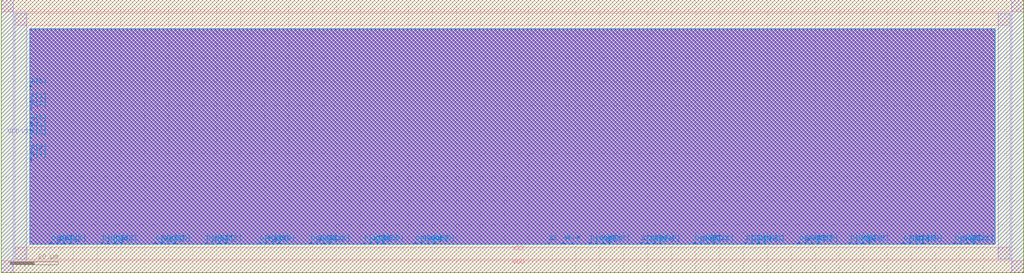
<source format=lef>
VERSION 5.8 ;

BUSBITCHARS "[]" ;

DIVIDERCHAR "/" ;

UNITS
    DATABASE MICRONS 2000 ;
END UNITS

MANUFACTURINGGRID 0.000500 ;

CLEARANCEMEASURE EUCLIDEAN ;
USEMINSPACING OBS ON ;

SITE CoreSite
  CLASS CORE ;
  SIZE 0.2 BY 1.71 ;
END CoreSite

LAYER Metal1
  TYPE ROUTING ;
  DIRECTION HORIZONTAL ;
  MINWIDTH 0.05 ;
  PITCH 0.13 0.10 ;
  WIDTH 0.05 ;
  AREA 0.011500 ;
  SPACING 0.0500 ;
  SPACINGTABLE
    PARALLELRUNLENGTH 0 
    WIDTH 0    0.05 
    WIDTH 0.1  0.06 
    WIDTH 0.18 0.10
    WIDTH 0.47 0.13 
    WIDTH 1.5  0.50 ;
  SPACING 0.07 ENDOFLINE 0.07 WITHIN 0.025 ;
END Metal1

LAYER Via1
  TYPE CUT ;
  SPACING 0.07 ;
  WIDTH 0.05 ;
END Via1

LAYER Metal2
  TYPE ROUTING ;
  DIRECTION VERTICAL ;
  MINWIDTH 0.05 ;
  PITCH 0.10 0.10 ;
  WIDTH 0.05 ;
  AREA 0.01700 ;
  SPACING 0.0500 ;
  SPACINGTABLE
    PARALLELRUNLENGTH 0 
    WIDTH 0    0.05 
    WIDTH 0.09 0.08 
    WIDTH 0.16 0.10
    WIDTH 0.47 0.13 
    WIDTH 1.5  0.50 ;
  SPACING 0.07 ENDOFLINE 0.07 WITHIN 0.025 ;
END Metal2

LAYER Via2
  TYPE CUT ;
  SPACING 0.07 ;
  WIDTH 0.05 ;
END Via2

LAYER Metal3
  TYPE ROUTING ;
  DIRECTION HORIZONTAL ;
  MINWIDTH 0.05 ;
  PITCH 0.10 0.10 ;
  WIDTH 0.05 ;
  AREA 0.01700 ;
  SPACING 0.0500 ;
  SPACINGTABLE
    PARALLELRUNLENGTH 0 
    WIDTH 0    0.05 
    WIDTH 0.09 0.08 
    WIDTH 0.16 0.10
    WIDTH 0.47 0.13 
    WIDTH 1.5  0.50 ;
  SPACING 0.07 ENDOFLINE 0.07 WITHIN 0.025 ;
END Metal3

LAYER Via3
  TYPE CUT ;
  SPACING 0.07 ;
  WIDTH 0.05 ;
END Via3

LAYER Metal4
  TYPE ROUTING ;
  DIRECTION VERTICAL ;
  MINWIDTH 0.05 ;
  PITCH 0.10 0.10 ;
  WIDTH 0.05 ;
  AREA 0.01700 ;
  SPACING 0.0500 ;
  SPACINGTABLE
    PARALLELRUNLENGTH 0 
    WIDTH 0    0.05 
    WIDTH 0.09 0.08 
    WIDTH 0.16 0.10
    WIDTH 0.47 0.13 
    WIDTH 1.5  0.50 ;
  SPACING 0.07 ENDOFLINE 0.07 WITHIN 0.025 ;
END Metal4

LAYER Via4
  TYPE CUT ;
  SPACING 0.07 ;
  WIDTH 0.05 ;
END Via4

LAYER Metal5
  TYPE ROUTING ;
  DIRECTION HORIZONTAL ;
  MINWIDTH 0.05 ;
  PITCH 0.10 0.10 ;
  WIDTH 0.05 ;
  AREA 0.01700 ;
  SPACING 0.0500 ;
  SPACINGTABLE
    PARALLELRUNLENGTH 0 
    WIDTH 0    0.05 
    WIDTH 0.09 0.08 
    WIDTH 0.16 0.10
    WIDTH 0.47 0.13 
    WIDTH 1.5  0.50 ;
  SPACING 0.07 ENDOFLINE 0.07 WITHIN 0.025 ;
END Metal5

LAYER Via5
  TYPE CUT ;
  SPACING 0.07 ;
  WIDTH 0.05 ;
END Via5

LAYER Metal6
  TYPE ROUTING ;
  DIRECTION VERTICAL ;
  MINWIDTH 0.05 ;
  PITCH 0.10 0.10 ;
  WIDTH 0.05 ;
  AREA 0.01700 ;
  SPACING 0.0500 ;
  SPACINGTABLE
    PARALLELRUNLENGTH 0 
    WIDTH 0    0.05 
    WIDTH 0.09 0.08 
    WIDTH 0.16 0.10
    WIDTH 0.47 0.13 
    WIDTH 1.5  0.50 ;
  SPACING 0.07 ENDOFLINE 0.07 WITHIN 0.025 ;
END Metal6

LAYER Via6
  TYPE CUT ;
  SPACING 0.07 ;
  WIDTH 0.05 ;
END Via6

LAYER Metal7
  TYPE ROUTING ;
  DIRECTION HORIZONTAL ;
  MINWIDTH 0.07 ;
  PITCH 0.2 0.2 ;
  WIDTH 0.07 ;
  AREA 0.02 ;
  SPACINGTABLE
    PARALLELRUNLENGTH 0
    WIDTH 0     0.07 
    WIDTH 0.1   0.15
    WIDTH 0.75  0.25
    WIDTH 1.5   0.45 ;
  SPACING 0.1 ENDOFLINE 0.1 WITHIN 0.035 ;
END Metal7

LAYER Via7
  TYPE CUT ;
  SPACING 0.07 ;
  WIDTH 0.07 ;
END Via7

LAYER Metal8
  TYPE ROUTING ;
  DIRECTION VERTICAL ;
  MINWIDTH 0.07 ;
  PITCH 0.2 0.2 ;
  WIDTH 0.07 ;
  AREA 0.02 ;
  SPACINGTABLE
    PARALLELRUNLENGTH 0
    WIDTH 0     0.07 
    WIDTH 0.1   0.15
    WIDTH 0.75  0.25
    WIDTH 1.5   0.45 ;
  SPACING 0.1 ENDOFLINE 0.1 WITHIN 0.035 ;
END Metal8

LAYER Via8
  TYPE CUT ;
  SPACING 0.07 ;
  WIDTH 0.07 ;
END Via8

LAYER Metal9
  TYPE ROUTING ;
  DIRECTION HORIZONTAL ;
  MINWIDTH 0.07 ;
  PITCH 0.33 0.33 ;
  WIDTH 0.07 ;
  AREA 0.02 ;
  SPACINGTABLE
    PARALLELRUNLENGTH 0
    WIDTH 0     0.07 
    WIDTH 0.1   0.15
    WIDTH 0.75  0.25
    WIDTH 1.5   0.45 ;
  SPACING 0.1 ENDOFLINE 0.1 WITHIN 0.035 ;
END Metal9

LAYER Via9
  TYPE CUT ;
  SPACING 0.07 ;
  WIDTH 0.07 ;
END Via9

LAYER Metal10
  TYPE ROUTING ;
  DIRECTION VERTICAL ;
  MINWIDTH 0.07 ;
  PITCH 0.33 0.33 ;
  WIDTH 0.07 ;
  AREA 0.02 ;
  SPACINGTABLE
    PARALLELRUNLENGTH 0
    WIDTH 0     0.07 
    WIDTH 0.1   0.15
    WIDTH 0.75  0.25
    WIDTH 1.5   0.45 ;
  SPACING 0.1 ENDOFLINE 0.1 WITHIN 0.035 ;
END Metal10

LAYER Via10
  TYPE CUT ;
  SPACING 0.07 ;
  WIDTH 0.07 ;
END Via10

LAYER Metal11
  TYPE ROUTING ;
  DIRECTION HORIZONTAL ;
  MINWIDTH 0.07 ;
  PITCH 0.33 0.33 ;
  WIDTH 0.07 ;
  AREA 0.02 ;
  SPACINGTABLE
    PARALLELRUNLENGTH 0
    WIDTH 0     0.07 
    WIDTH 0.1   0.15
    WIDTH 0.75  0.25
    WIDTH 1.5   0.45 ;
  SPACING 0.1 ENDOFLINE 0.1 WITHIN 0.035 ;
END Metal11

LAYER Via11
  TYPE CUT ;
  SPACING 0.10 ;
  WIDTH 0.10 ;
END Via11

LAYER Metal12
  TYPE ROUTING ;
  DIRECTION VERTICAL ;
  MINWIDTH 0.10 ;
  PITCH 0.4 0.4 ;
  WIDTH 0.10 ;
  AREA 0.04 ;
  SPACINGTABLE
    PARALLELRUNLENGTH 0
    WIDTH 0     0.10 
    WIDTH 0.75  0.30
    WIDTH 1.5   0.50 ;
  SPACING 0.15 ENDOFLINE 0.15 WITHIN 0.035 ;
END Metal12

LAYER Via12
  TYPE CUT ;
  SPACING 0.10 ;
  WIDTH 0.10 ;
END Via12

LAYER Metal13
  TYPE ROUTING ;
  DIRECTION HORIZONTAL ;
  MINWIDTH 0.10 ;
  PITCH 0.4 0.4 ;
  WIDTH 0.10 ;
  AREA 0.04 ;
  SPACINGTABLE
    PARALLELRUNLENGTH 0
    WIDTH 0     0.10 
    WIDTH 0.75  0.30
    WIDTH 1.5   0.50 ;
  SPACING 0.15 ENDOFLINE 0.15 WITHIN 0.035 ;
END Metal13

LAYER Via13
  TYPE CUT ;
  SPACING 0.10 ;
  WIDTH 0.10 ;
END Via13

LAYER Metal14
  TYPE ROUTING ;
  DIRECTION VERTICAL ;
  MINWIDTH 0.10 ;
  PITCH 0.4 0.4 ;
  WIDTH 0.10 ;
  AREA 0.04 ;
  SPACINGTABLE
    PARALLELRUNLENGTH 0
    WIDTH 0     0.10 
    WIDTH 0.75  0.30
    WIDTH 1.5   0.50 ;
  SPACING 0.15 ENDOFLINE 0.15 WITHIN 0.035 ;
END Metal14

LAYER Via14
  TYPE CUT ;
  SPACING 0.10 ;
  WIDTH 0.10 ;
END Via14

LAYER Metal15
  TYPE ROUTING ;
  DIRECTION HORIZONTAL ;
  MINWIDTH 0.10 ;
  PITCH 0.4 0.4 ;
  WIDTH 0.10 ;
  AREA 0.04 ;
  SPACINGTABLE
    PARALLELRUNLENGTH 0
    WIDTH 0     0.10 
    WIDTH 0.75  0.30
    WIDTH 1.5   0.50 ;
  SPACING 0.15 ENDOFLINE 0.15 WITHIN 0.035 ;
END Metal15

LAYER Via15
  TYPE CUT ;
  SPACING 0.10 ;
  WIDTH 0.10 ;
END Via15

LAYER Metal16
  TYPE ROUTING ;
  DIRECTION VERTICAL ;
  MINWIDTH 0.10 ;
  PITCH 0.4 0.4 ;
  WIDTH 0.10 ;
  AREA 0.04 ;
  SPACINGTABLE
    PARALLELRUNLENGTH 0
    WIDTH 0     0.10 
    WIDTH 0.75  0.30
    WIDTH 1.5   0.50 ;
  SPACING 0.15 ENDOFLINE 0.15 WITHIN 0.035 ;
END Metal16

LAYER OVERLAP
  TYPE OVERLAP ;
END OVERLAP

VIA VIA12_1C DEFAULT 
    LAYER Metal1 ;
        RECT -0.065000 -0.025000 0.065000 0.025000 ;
    LAYER Via1 ;
        RECT -0.025000 -0.025000 0.025000 0.025000 ;
    LAYER Metal2 ;
        RECT -0.025000 -0.065000 0.025000 0.065000 ;
END VIA12_1C

VIA VIA12_1C_H DEFAULT 
    LAYER Metal1 ;
        RECT -0.065000 -0.025000 0.065000 0.025000 ;
    LAYER Via1 ;
        RECT -0.025000 -0.025000 0.025000 0.025000 ;
    LAYER Metal2 ;
        RECT -0.065000 -0.025000 0.065000 0.025000 ;
END VIA12_1C_H

VIA VIA12_1C_V DEFAULT 
    LAYER Metal1 ;
        RECT -0.025000 -0.065000 0.025000 0.065000 ;
    LAYER Via1 ;
        RECT -0.025000 -0.025000 0.025000 0.025000 ;
    LAYER Metal2 ;
        RECT -0.025000 -0.065000 0.025000 0.065000 ;
END VIA12_1C_V

VIA VIA23_1C DEFAULT 
    LAYER Metal2 ;
        RECT -0.025000 -0.065000 0.025000 0.065000 ;
    LAYER Via2 ;
        RECT -0.025000 -0.025000 0.025000 0.025000 ;
    LAYER Metal3 ;
        RECT -0.065000 -0.025000 0.065000 0.025000 ;
END VIA23_1C

VIA VIA23_1C_H DEFAULT 
    LAYER Metal2 ;
        RECT -0.065000 -0.025000 0.065000 0.025000 ;
    LAYER Via2 ;
        RECT -0.025000 -0.025000 0.025000 0.025000 ;
    LAYER Metal3 ;
        RECT -0.065000 -0.025000 0.065000 0.025000 ;
END VIA23_1C_H

VIA VIA23_1C_V DEFAULT 
    LAYER Metal2 ;
        RECT -0.025000 -0.065000 0.025000 0.065000 ;
    LAYER Via2 ;
        RECT -0.025000 -0.025000 0.025000 0.025000 ;
    LAYER Metal3 ;
        RECT -0.025000 -0.065000 0.025000 0.065000 ;
END VIA23_1C_V

VIA VIA23_1ST_N DEFAULT 
    LAYER Metal2 ;
        RECT -0.025000 -0.065000 0.025000 0.325000 ;
    LAYER Via2 ;
        RECT -0.025000 -0.025000 0.025000 0.025000 ;
    LAYER Metal3 ;
        RECT -0.065000 -0.025000 0.065000 0.025000 ;
END VIA23_1ST_N

VIA VIA23_1ST_S DEFAULT 
    LAYER Metal2 ;
        RECT -0.025000 -0.325000 0.025000 0.065000 ;
    LAYER Via2 ;
        RECT -0.025000 -0.025000 0.025000 0.025000 ;
    LAYER Metal3 ;
        RECT -0.065000 -0.025000 0.065000 0.025000 ;
END VIA23_1ST_S

VIA VIA34_1C DEFAULT 
    LAYER Metal3 ;
        RECT -0.065000 -0.025000 0.065000 0.025000 ;
    LAYER Via3 ;
        RECT -0.025000 -0.025000 0.025000 0.025000 ;
    LAYER Metal4 ;
        RECT -0.025000 -0.065000 0.025000 0.065000 ;
END VIA34_1C

VIA VIA34_1C_H DEFAULT 
    LAYER Metal3 ;
        RECT -0.065000 -0.025000 0.065000 0.025000 ;
    LAYER Via3 ;
        RECT -0.025000 -0.025000 0.025000 0.025000 ;
    LAYER Metal4 ;
        RECT -0.065000 -0.025000 0.065000 0.025000 ;
END VIA34_1C_H

VIA VIA34_1C_V DEFAULT 
    LAYER Metal3 ;
        RECT -0.025000 -0.065000 0.025000 0.065000 ;
    LAYER Via3 ;
        RECT -0.025000 -0.025000 0.025000 0.025000 ;
    LAYER Metal4 ;
        RECT -0.025000 -0.065000 0.025000 0.065000 ;
END VIA34_1C_V

VIA VIA34_1ST_E DEFAULT 
    LAYER Metal3 ;
        RECT -0.065000 -0.025000 0.325000 0.025000 ;
    LAYER Via3 ;
        RECT -0.025000 -0.025000 0.025000 0.025000 ;
    LAYER Metal4 ;
        RECT -0.025000 -0.065000 0.025000 0.065000 ;
END VIA34_1ST_E

VIA VIA34_1ST_W DEFAULT 
    LAYER Metal3 ;
        RECT -0.325000 -0.025000 0.065000 0.025000 ;
    LAYER Via3 ;
        RECT -0.025000 -0.025000 0.025000 0.025000 ;
    LAYER Metal4 ;
        RECT -0.025000 -0.065000 0.025000 0.065000 ;
END VIA34_1ST_W

VIA VIA45_1C DEFAULT 
    LAYER Metal4 ;
        RECT -0.025000 -0.065000 0.025000 0.065000 ;
    LAYER Via4 ;
        RECT -0.025000 -0.025000 0.025000 0.025000 ;
    LAYER Metal5 ;
        RECT -0.065000 -0.025000 0.065000 0.025000 ;
END VIA45_1C

VIA VIA45_1C_H DEFAULT 
    LAYER Metal4 ;
        RECT -0.065000 -0.025000 0.065000 0.025000 ;
    LAYER Via4 ;
        RECT -0.025000 -0.025000 0.025000 0.025000 ;
    LAYER Metal5 ;
        RECT -0.065000 -0.025000 0.065000 0.025000 ;
END VIA45_1C_H

VIA VIA45_1C_V DEFAULT 
    LAYER Metal4 ;
        RECT -0.025000 -0.065000 0.025000 0.065000 ;
    LAYER Via4 ;
        RECT -0.025000 -0.025000 0.025000 0.025000 ;
    LAYER Metal5 ;
        RECT -0.025000 -0.065000 0.025000 0.065000 ;
END VIA45_1C_V

VIA VIA45_1ST_N DEFAULT 
    LAYER Metal4 ;
        RECT -0.025000 -0.065000 0.025000 0.325000 ;
    LAYER Via4 ;
        RECT -0.025000 -0.025000 0.025000 0.025000 ;
    LAYER Metal5 ;
        RECT -0.065000 -0.025000 0.065000 0.025000 ;
END VIA45_1ST_N

VIA VIA45_1ST_S DEFAULT 
    LAYER Metal4 ;
        RECT -0.025000 -0.325000 0.025000 0.065000 ;
    LAYER Via4 ;
        RECT -0.025000 -0.025000 0.025000 0.025000 ;
    LAYER Metal5 ;
        RECT -0.065000 -0.025000 0.065000 0.025000 ;
END VIA45_1ST_S

VIA VIA5_0_VH DEFAULT 
    LAYER Metal5 ;
        RECT -0.025000 -0.065000 0.025000 0.065000 ;
    LAYER Via5 ;
        RECT -0.025000 -0.025000 0.025000 0.025000 ;
    LAYER Metal6 ;
        RECT -0.065000 -0.025000 0.065000 0.025000 ;
END VIA5_0_VH

VIA VIA6_HV DEFAULT 
    LAYER Metal6 ;
        RECT -0.065000 -0.035000 0.065000 0.035000 ;
    LAYER Via6 ;
        RECT -0.035000 -0.035000 0.035000 0.035000 ;
    LAYER Metal7 ;
        RECT -0.035000 -0.075000 0.035000 0.075000 ;
END VIA6_HV

VIA VIA7_VH DEFAULT 
    LAYER Metal7 ;
        RECT -0.035000 -0.075000 0.035000 0.075000 ;
    LAYER Via7 ;
        RECT -0.035000 -0.035000 0.035000 0.035000 ;
    LAYER Metal8 ;
        RECT -0.075000 -0.035000 0.075000 0.035000 ;
END VIA7_VH

VIA VIA8_HV DEFAULT 
    LAYER Metal7 ;
        RECT -0.065000 -0.035000 0.065000 0.035000 ;
    LAYER Via7 ;
        RECT -0.035000 -0.035000 0.035000 0.035000 ;
    LAYER Metal8 ;
        RECT -0.035000 -0.075000 0.035000 0.075000 ;
END VIA8_HV

VIA VIA9_VH DEFAULT 
    LAYER Metal8 ;
        RECT -0.035000 -0.075000 0.035000 0.075000 ;
    LAYER Via8 ;
        RECT -0.035000 -0.035000 0.035000 0.035000 ;
    LAYER Metal9 ;
        RECT -0.075000 -0.035000 0.075000 0.035000 ;
END VIA9_VH

VIA VIA10_HV DEFAULT 
    LAYER Metal9 ;
        RECT -0.065000 -0.035000 0.065000 0.035000 ;
    LAYER Via9 ;
        RECT -0.035000 -0.035000 0.035000 0.035000 ;
    LAYER Metal10 ;
        RECT -0.035000 -0.075000 0.035000 0.075000 ;
END VIA10_HV

VIA VIA11_VH DEFAULT 
    LAYER Metal10 ;
        RECT -0.035000 -0.075000 0.035000 0.075000 ;
    LAYER Via10 ;
        RECT -0.035000 -0.035000 0.035000 0.035000 ;
    LAYER Metal11 ;
        RECT -0.075000 -0.035000 0.075000 0.035000 ;
END VIA11_VH

VIA VIA12_HV DEFAULT 
    LAYER Metal11 ;
        RECT -0.260000 -0.200000 0.260000 0.200000 ;
    LAYER Via11 ;
        RECT -0.180000 -0.180000 0.180000 0.180000 ;
    LAYER Metal12 ;
        RECT -0.200000 -0.260000 0.200000 0.260000 ;
END VIA12_HV

VIA VIA13_VH DEFAULT 
    LAYER Metal12 ;
        RECT -0.200000 -0.260000 0.200000 0.260000 ;
    LAYER Via12 ;
        RECT -0.180000 -0.180000 0.180000 0.180000 ;
    LAYER Metal13 ;
        RECT -0.260000 -0.200000 0.260000 0.200000 ;
END VIA13_VH

VIA VIA14_HV DEFAULT 
    LAYER Metal13 ;
        RECT -0.260000 -0.200000 0.260000 0.200000 ;
    LAYER Via13 ;
        RECT -0.180000 -0.180000 0.180000 0.180000 ;
    LAYER Metal14 ;
        RECT -0.200000 -0.260000 0.200000 0.260000 ;
END VIA14_HV

VIA VIA15_VH DEFAULT 
    LAYER Metal14 ;
        RECT -0.200000 -0.260000 0.200000 0.260000 ;
    LAYER Via14 ;
        RECT -0.180000 -0.180000 0.180000 0.180000 ;
    LAYER Metal15 ;
        RECT -0.260000 -0.200000 0.260000 0.200000 ;
END VIA15_VH

VIA VIA16_HV DEFAULT 
    LAYER Metal15 ;
        RECT -0.260000 -0.200000 0.260000 0.200000 ;
    LAYER Via15 ;
        RECT -0.180000 -0.180000 0.180000 0.180000 ;
    LAYER Metal16 ;
        RECT -0.200000 -0.260000 0.200000 0.260000 ;
END VIA16_HV


MACRO BUFX3
  CLASS CORE ;
  ORIGIN 0 0 ;
  FOREIGN BUFX3 0 0 ;
  SIZE 1.2 BY 1.71 ;
  SYMMETRY X Y ;
  SITE CoreSite ;
  PIN Y
    DIRECTION OUTPUT ;
    USE SIGNAL ;
    PORT
      LAYER Metal1 ;
        RECT 0.175 0.48 0.235 0.62 ;
        RECT 0.215 1.05 0.275 1.44 ;
        RECT 0.26 0.56 0.32 1.11 ;
        RECT 0.26 0.98 0.34 1.11 ;
        RECT 0.54 0.405 0.6 0.62 ;
        RECT 0.175 0.56 0.6 0.62 ;
        RECT 0.215 1.05 0.685 1.11 ;
        RECT 0.585 0.345 0.645 0.465 ;
        RECT 0.625 1.05 0.685 1.44 ;
    END
  END Y
  PIN A
    DIRECTION INPUT ;
    USE SIGNAL ;
    PORT
      LAYER Metal1 ;
        RECT 0.86 0.72 0.94 1.22 ;
    END
  END A
  PIN VDD
    DIRECTION INOUT ;
    USE POWER ;
    SHAPE ABUTMENT ;
    NETEXPR "VDD VDD!" ;
    PORT
      LAYER Metal1 ;
        RECT 0.00 1.65 1.2 1.71 ;
    END
  END VDD
  PIN VSS
    DIRECTION INOUT ;
    USE GROUND ;
    SHAPE ABUTMENT ;
    NETEXPR "VSS VSS!" ;
    PORT
      LAYER Metal1 ;
        RECT 0.00 0.00 1.2 0.06 ;
    END
  END VSS
END BUFX3

MACRO INVX3
  CLASS CORE ;
  ORIGIN 0 0 ;
  FOREIGN INVX3 0 0 ;
  SIZE 0.80 BY 1.71 ;
  SYMMETRY X Y  ;
  SITE CoreSite ;
  PIN Y
    DIRECTION OUTPUT ;
    USE SIGNAL ;
    PORT
      LAYER Metal1 ;
        RECT 0.665 0.72 0.745 0.8 ;
    END
  END Y
  PIN A
    DIRECTION INPUT ;
    USE SIGNAL ;
    PORT
      LAYER Metal1 ;
        RECT 0.07 0.62 0.175 0.845 ;
    END
  END A
  PIN VDD
    DIRECTION INOUT ;
    USE POWER ;
    SHAPE ABUTMENT ;
    NETEXPR "VDD VDD!" ;
    PORT
      LAYER Metal1 ;
        RECT 0.00 1.65 0.80 1.71 ;
    END
  END VDD
  PIN VSS
    DIRECTION INOUT ;
    USE GROUND ;
    SHAPE ABUTMENT ;
    NETEXPR "VSS VSS!" ;
    PORT
      LAYER Metal1 ;
        RECT 0.00 0.00 0.80 0.06 ;
    END
  END VSS
END INVX3


MACRO MEM1
  CLASS BLOCK ;
  ORIGIN 0 0 ;
  FOREIGN MEM1 0 0 ;
  SIZE 426.965 BY 114.215 ;
  SYMMETRY X Y R90 ;
  PIN A[0]
    DIRECTION INPUT ;
    USE SIGNAL ;
    PORT
      LAYER Metal5 ;
        RECT 12.000 77.64 12.660 78.3 ;
      LAYER Metal6 ;
        RECT 12.000 77.64 12.660 78.3 ;
      LAYER Metal3 ;
        RECT 12.000 77.64 12.660 78.3 ;
      LAYER Metal4 ;
        RECT 12.000 77.64 12.660 78.3 ;
    END
  END A[0]
  PIN A[1]
    DIRECTION INPUT ;
    USE SIGNAL ;
    PORT
      LAYER Metal5 ;
        RECT 12.000 71.52 12.660 72.18 ;
      LAYER Metal6 ;
        RECT 12.000 71.52 12.660 72.18 ;
      LAYER Metal3 ;
        RECT 12.000 71.52 12.660 72.18 ;
      LAYER Metal4 ;
        RECT 12.000 71.52 12.660 72.18 ;
    END
  END A[1]
  PIN A[2]
    DIRECTION INPUT ;
    USE SIGNAL ;
    PORT
      LAYER Metal5 ;
        RECT 12.000 68.42 12.660 69.08 ;
      LAYER Metal6 ;
        RECT 12.000 68.42 12.660 69.08 ;
      LAYER Metal3 ;
        RECT 12.000 68.42 12.660 69.08 ;
      LAYER Metal4 ;
        RECT 12.000 68.42 12.660 69.08 ;
    END
  END A[2]
  PIN A[3]
    DIRECTION INPUT ;
    USE SIGNAL ;
    PORT
      LAYER Metal5 ;
        RECT 12.000 62.3 12.660 62.96 ;
      LAYER Metal6 ;
        RECT 12.000 62.3 12.660 62.96 ;
      LAYER Metal3 ;
        RECT 12.000 62.3 12.660 62.96 ;
      LAYER Metal4 ;
        RECT 12.000 62.3 12.660 62.96 ;
    END
  END A[3]
  PIN A[4]
    DIRECTION INPUT ;
    USE SIGNAL ;
    PORT
      LAYER Metal5 ;
        RECT 12.000 59.28 12.660 59.94 ;
      LAYER Metal6 ;
        RECT 12.000 59.28 12.660 59.94 ;
      LAYER Metal3 ;
        RECT 12.000 59.28 12.660 59.94 ;
      LAYER Metal4 ;
        RECT 12.000 59.28 12.660 59.94 ;
    END
  END A[4]
  PIN A[5]
    DIRECTION INPUT ;
    USE SIGNAL ;
    PORT
      LAYER Metal5 ;
        RECT 12.000 56.18 12.660 56.84 ;
      LAYER Metal6 ;
        RECT 12.000 56.18 12.660 56.84 ;
      LAYER Metal3 ;
        RECT 12.000 56.18 12.660 56.84 ;
      LAYER Metal4 ;
        RECT 12.000 56.18 12.660 56.84 ;
    END
  END A[5]
  PIN A[6]
    DIRECTION INPUT ;
    USE SIGNAL ;
    PORT
      LAYER Metal5 ;
        RECT 12.000 50.06 12.660 50.72 ;
      LAYER Metal6 ;
        RECT 12.000 50.06 12.660 50.72 ;
      LAYER Metal3 ;
        RECT 12.000 50.06 12.660 50.72 ;
      LAYER Metal4 ;
        RECT 12.000 50.06 12.660 50.72 ;
    END
  END A[6]
  PIN A[7]
    DIRECTION INPUT ;
    USE SIGNAL ;
    PORT
      LAYER Metal5 ;
        RECT 12.000 47.04 12.660 47.7 ;
      LAYER Metal6 ;
        RECT 12.000 47.04 12.660 47.7 ;
      LAYER Metal3 ;
        RECT 12.000 47.04 12.660 47.7 ;
      LAYER Metal4 ;
        RECT 12.000 47.04 12.660 47.7 ;
    END
  END A[7]
  PIN CE
    DIRECTION INPUT ;
    USE SIGNAL ;
    PORT
      LAYER Metal5 ;
        RECT 228.435 12 229.095 12.66 ;
      LAYER Metal6 ;
        RECT 228.435 12 229.095 12.66 ;
      LAYER Metal3 ;
        RECT 228.435 12 229.095 12.66 ;
      LAYER Metal4 ;
        RECT 228.435 12 229.095 12.66 ;
    END
  END CE
  PIN CK
    DIRECTION INPUT ;
    USE CLOCK ;
    PORT
      LAYER Metal5 ;
        RECT 238.18 12 238.84 12.66 ;
      LAYER Metal6 ;
        RECT 238.18 12 238.84 12.66 ;
      LAYER Metal3 ;
        RECT 238.18 12 238.84 12.66 ;
      LAYER Metal4 ;
        RECT 238.18 12 238.84 12.66 ;
    END
  END CK
  PIN D[0]
    DIRECTION INPUT ;
    USE SIGNAL ;
    PORT
      LAYER Metal5 ;
        RECT 20.48 12 21.14 12.66 ;
      LAYER Metal6 ;
        RECT 20.48 12 21.14 12.66 ;
      LAYER Metal3 ;
        RECT 20.48 12 21.14 12.66 ;
      LAYER Metal4 ;
        RECT 20.48 12 21.14 12.66 ;
    END
  END D[0]
  PIN D[10]
    DIRECTION INPUT ;
    USE SIGNAL ;
    PORT
      LAYER Metal5 ;
        RECT 129 12 129.66 12.66 ;
      LAYER Metal6 ;
        RECT 129 12 129.66 12.66 ;
      LAYER Metal3 ;
        RECT 129 12 129.66 12.66 ;
      LAYER Metal4 ;
        RECT 129 12 129.66 12.66 ;
    END
  END D[10]
  PIN D[11]
    DIRECTION INPUT ;
    USE SIGNAL ;
    PORT
      LAYER Metal5 ;
        RECT 137.04 12 137.7 12.66 ;
      LAYER Metal6 ;
        RECT 137.04 12 137.7 12.66 ;
      LAYER Metal3 ;
        RECT 137.04 12 137.7 12.66 ;
      LAYER Metal4 ;
        RECT 137.04 12 137.7 12.66 ;
    END
  END D[11]
  PIN D[12]
    DIRECTION INPUT ;
    USE SIGNAL ;
    PORT
      LAYER Metal5 ;
        RECT 151.34 12 152 12.66 ;
      LAYER Metal6 ;
        RECT 151.34 12 152 12.66 ;
      LAYER Metal3 ;
        RECT 151.34 12 152 12.66 ;
      LAYER Metal4 ;
        RECT 151.34 12 152 12.66 ;
    END
  END D[12]
  PIN D[13]
    DIRECTION INPUT ;
    USE SIGNAL ;
    PORT
      LAYER Metal5 ;
        RECT 159.38 12 160.04 12.66 ;
      LAYER Metal6 ;
        RECT 159.38 12 160.04 12.66 ;
      LAYER Metal3 ;
        RECT 159.38 12 160.04 12.66 ;
      LAYER Metal4 ;
        RECT 159.38 12 160.04 12.66 ;
    END
  END D[13]
  PIN D[14]
    DIRECTION INPUT ;
    USE SIGNAL ;
    PORT
      LAYER Metal5 ;
        RECT 172.62 12 173.28 12.66 ;
      LAYER Metal6 ;
        RECT 172.62 12 173.28 12.66 ;
      LAYER Metal3 ;
        RECT 172.62 12 173.28 12.66 ;
      LAYER Metal4 ;
        RECT 172.62 12 173.28 12.66 ;
    END
  END D[14]
  PIN D[15]
    DIRECTION INPUT ;
    USE SIGNAL ;
    PORT
      LAYER Metal5 ;
        RECT 180.66 12 181.32 12.66 ;
      LAYER Metal6 ;
        RECT 180.66 12 181.32 12.66 ;
      LAYER Metal3 ;
        RECT 180.66 12 181.32 12.66 ;
      LAYER Metal4 ;
        RECT 180.66 12 181.32 12.66 ;
    END
  END D[15]
  PIN D[16]
    DIRECTION INPUT ;
    USE SIGNAL ;
    PORT
      LAYER Metal5 ;
        RECT 245.645 12 246.305 12.66 ;
      LAYER Metal6 ;
        RECT 245.645 12 246.305 12.66 ;
      LAYER Metal3 ;
        RECT 245.645 12 246.305 12.66 ;
      LAYER Metal4 ;
        RECT 245.645 12 246.305 12.66 ;
    END
  END D[16]
  PIN D[17]
    DIRECTION INPUT ;
    USE SIGNAL ;
    PORT
      LAYER Metal5 ;
        RECT 253.685 12 254.345 12.66 ;
      LAYER Metal6 ;
        RECT 253.685 12 254.345 12.66 ;
      LAYER Metal3 ;
        RECT 253.685 12 254.345 12.66 ;
      LAYER Metal4 ;
        RECT 253.685 12 254.345 12.66 ;
    END
  END D[17]
  PIN D[18]
    DIRECTION INPUT ;
    USE SIGNAL ;
    PORT
      LAYER Metal5 ;
        RECT 266.925 12 267.585 12.66 ;
      LAYER Metal6 ;
        RECT 266.925 12 267.585 12.66 ;
      LAYER Metal3 ;
        RECT 266.925 12 267.585 12.66 ;
      LAYER Metal4 ;
        RECT 266.925 12 267.585 12.66 ;
    END
  END D[18]
  PIN D[19]
    DIRECTION INPUT ;
    USE SIGNAL ;
    PORT
      LAYER Metal5 ;
        RECT 274.965 12 275.625 12.66 ;
      LAYER Metal6 ;
        RECT 274.965 12 275.625 12.66 ;
      LAYER Metal3 ;
        RECT 274.965 12 275.625 12.66 ;
      LAYER Metal4 ;
        RECT 274.965 12 275.625 12.66 ;
    END
  END D[19]
  PIN D[1]
    DIRECTION INPUT ;
    USE SIGNAL ;
    PORT
      LAYER Metal5 ;
        RECT 28.52 12 29.18 12.66 ;
      LAYER Metal6 ;
        RECT 28.52 12 29.18 12.66 ;
      LAYER Metal3 ;
        RECT 28.52 12 29.18 12.66 ;
      LAYER Metal4 ;
        RECT 28.52 12 29.18 12.66 ;
    END
  END D[1]
  PIN D[20]
    DIRECTION INPUT ;
    USE SIGNAL ;
    PORT
      LAYER Metal5 ;
        RECT 289.265 12 289.925 12.66 ;
      LAYER Metal6 ;
        RECT 289.265 12 289.925 12.66 ;
      LAYER Metal3 ;
        RECT 289.265 12 289.925 12.66 ;
      LAYER Metal4 ;
        RECT 289.265 12 289.925 12.66 ;
    END
  END D[20]
  PIN D[21]
    DIRECTION INPUT ;
    USE SIGNAL ;
    PORT
      LAYER Metal5 ;
        RECT 297.305 12 297.965 12.66 ;
      LAYER Metal6 ;
        RECT 297.305 12 297.965 12.66 ;
      LAYER Metal3 ;
        RECT 297.305 12 297.965 12.66 ;
      LAYER Metal4 ;
        RECT 297.305 12 297.965 12.66 ;
    END
  END D[21]
  PIN D[22]
    DIRECTION INPUT ;
    USE SIGNAL ;
    PORT
      LAYER Metal5 ;
        RECT 310.545 12 311.205 12.66 ;
      LAYER Metal6 ;
        RECT 310.545 12 311.205 12.66 ;
      LAYER Metal3 ;
        RECT 310.545 12 311.205 12.66 ;
      LAYER Metal4 ;
        RECT 310.545 12 311.205 12.66 ;
    END
  END D[22]
  PIN D[23]
    DIRECTION INPUT ;
    USE SIGNAL ;
    PORT
      LAYER Metal5 ;
        RECT 318.585 12 319.245 12.66 ;
      LAYER Metal6 ;
        RECT 318.585 12 319.245 12.66 ;
      LAYER Metal3 ;
        RECT 318.585 12 319.245 12.66 ;
      LAYER Metal4 ;
        RECT 318.585 12 319.245 12.66 ;
    END
  END D[23]
  PIN D[24]
    DIRECTION INPUT ;
    USE SIGNAL ;
    PORT
      LAYER Metal5 ;
        RECT 332.885 12 333.545 12.66 ;
      LAYER Metal6 ;
        RECT 332.885 12 333.545 12.66 ;
      LAYER Metal3 ;
        RECT 332.885 12 333.545 12.66 ;
      LAYER Metal4 ;
        RECT 332.885 12 333.545 12.66 ;
    END
  END D[24]
  PIN D[25]
    DIRECTION INPUT ;
    USE SIGNAL ;
    PORT
      LAYER Metal5 ;
        RECT 340.925 12 341.585 12.66 ;
      LAYER Metal6 ;
        RECT 340.925 12 341.585 12.66 ;
      LAYER Metal3 ;
        RECT 340.925 12 341.585 12.66 ;
      LAYER Metal4 ;
        RECT 340.925 12 341.585 12.66 ;
    END
  END D[25]
  PIN D[26]
    DIRECTION INPUT ;
    USE SIGNAL ;
    PORT
      LAYER Metal5 ;
        RECT 354.165 12 354.825 12.66 ;
      LAYER Metal6 ;
        RECT 354.165 12 354.825 12.66 ;
      LAYER Metal3 ;
        RECT 354.165 12 354.825 12.66 ;
      LAYER Metal4 ;
        RECT 354.165 12 354.825 12.66 ;
    END
  END D[26]
  PIN D[27]
    DIRECTION INPUT ;
    USE SIGNAL ;
    PORT
      LAYER Metal5 ;
        RECT 362.205 12 362.865 12.66 ;
      LAYER Metal6 ;
        RECT 362.205 12 362.865 12.66 ;
      LAYER Metal3 ;
        RECT 362.205 12 362.865 12.66 ;
      LAYER Metal4 ;
        RECT 362.205 12 362.865 12.66 ;
    END
  END D[27]
  PIN D[28]
    DIRECTION INPUT ;
    USE SIGNAL ;
    PORT
      LAYER Metal5 ;
        RECT 376.505 12 377.165 12.66 ;
      LAYER Metal6 ;
        RECT 376.505 12 377.165 12.66 ;
      LAYER Metal3 ;
        RECT 376.505 12 377.165 12.66 ;
      LAYER Metal4 ;
        RECT 376.505 12 377.165 12.66 ;
    END
  END D[28]
  PIN D[29]
    DIRECTION INPUT ;
    USE SIGNAL ;
    PORT
      LAYER Metal5 ;
        RECT 384.545 12 385.205 12.66 ;
      LAYER Metal6 ;
        RECT 384.545 12 385.205 12.66 ;
      LAYER Metal3 ;
        RECT 384.545 12 385.205 12.66 ;
      LAYER Metal4 ;
        RECT 384.545 12 385.205 12.66 ;
    END
  END D[29]
  PIN D[2]
    DIRECTION INPUT ;
    USE SIGNAL ;
    PORT
      LAYER Metal5 ;
        RECT 41.76 12 42.42 12.66 ;
      LAYER Metal6 ;
        RECT 41.76 12 42.42 12.66 ;
      LAYER Metal3 ;
        RECT 41.76 12 42.42 12.66 ;
      LAYER Metal4 ;
        RECT 41.76 12 42.42 12.66 ;
    END
  END D[2]
  PIN D[30]
    DIRECTION INPUT ;
    USE SIGNAL ;
    PORT
      LAYER Metal5 ;
        RECT 397.785 12 398.445 12.66 ;
      LAYER Metal6 ;
        RECT 397.785 12 398.445 12.66 ;
      LAYER Metal3 ;
        RECT 397.785 12 398.445 12.66 ;
      LAYER Metal4 ;
        RECT 397.785 12 398.445 12.66 ;
    END
  END D[30]
  PIN D[31]
    DIRECTION INPUT ;
    USE SIGNAL ;
    PORT
      LAYER Metal5 ;
        RECT 405.825 12 406.485 12.66 ;
      LAYER Metal6 ;
        RECT 405.825 12 406.485 12.66 ;
      LAYER Metal3 ;
        RECT 405.825 12 406.485 12.66 ;
      LAYER Metal4 ;
        RECT 405.825 12 406.485 12.66 ;
    END
  END D[31]
  PIN D[3]
    DIRECTION INPUT ;
    USE SIGNAL ;
    PORT
      LAYER Metal5 ;
        RECT 49.8 12 50.46 12.66 ;
      LAYER Metal6 ;
        RECT 49.8 12 50.46 12.66 ;
      LAYER Metal3 ;
        RECT 49.8 12 50.46 12.66 ;
      LAYER Metal4 ;
        RECT 49.8 12 50.46 12.66 ;
    END
  END D[3]
  PIN D[4]
    DIRECTION INPUT ;
    USE SIGNAL ;
    PORT
      LAYER Metal5 ;
        RECT 64.1 12 64.76 12.66 ;
      LAYER Metal6 ;
        RECT 64.1 12 64.76 12.66 ;
      LAYER Metal3 ;
        RECT 64.1 12 64.76 12.66 ;
      LAYER Metal4 ;
        RECT 64.1 12 64.76 12.66 ;
    END
  END D[4]
  PIN D[5]
    DIRECTION INPUT ;
    USE SIGNAL ;
    PORT
      LAYER Metal5 ;
        RECT 72.14 12 72.8 12.66 ;
      LAYER Metal6 ;
        RECT 72.14 12 72.8 12.66 ;
      LAYER Metal3 ;
        RECT 72.14 12 72.8 12.66 ;
      LAYER Metal4 ;
        RECT 72.14 12 72.8 12.66 ;
    END
  END D[5]
  PIN D[6]
    DIRECTION INPUT ;
    USE SIGNAL ;
    PORT
      LAYER Metal5 ;
        RECT 85.38 12 86.04 12.66 ;
      LAYER Metal6 ;
        RECT 85.38 12 86.04 12.66 ;
      LAYER Metal3 ;
        RECT 85.38 12 86.04 12.66 ;
      LAYER Metal4 ;
        RECT 85.38 12 86.04 12.66 ;
    END
  END D[6]
  PIN D[7]
    DIRECTION INPUT ;
    USE SIGNAL ;
    PORT
      LAYER Metal5 ;
        RECT 93.42 12 94.08 12.66 ;
      LAYER Metal6 ;
        RECT 93.42 12 94.08 12.66 ;
      LAYER Metal3 ;
        RECT 93.42 12 94.08 12.66 ;
      LAYER Metal4 ;
        RECT 93.42 12 94.08 12.66 ;
    END
  END D[7]
  PIN D[8]
    DIRECTION INPUT ;
    USE SIGNAL ;
    PORT
      LAYER Metal5 ;
        RECT 107.72 12 108.38 12.66 ;
      LAYER Metal6 ;
        RECT 107.72 12 108.38 12.66 ;
      LAYER Metal3 ;
        RECT 107.72 12 108.38 12.66 ;
      LAYER Metal4 ;
        RECT 107.72 12 108.38 12.66 ;
    END
  END D[8]
  PIN D[9]
    DIRECTION INPUT ;
    USE SIGNAL ;
    PORT
      LAYER Metal5 ;
        RECT 115.76 12 116.42 12.66 ;
      LAYER Metal6 ;
        RECT 115.76 12 116.42 12.66 ;
      LAYER Metal3 ;
        RECT 115.76 12 116.42 12.66 ;
      LAYER Metal4 ;
        RECT 115.76 12 116.42 12.66 ;
    END
  END D[9]
  PIN Q[0]
    DIRECTION OUTPUT ;
    USE SIGNAL ;
    PORT
      LAYER Metal5 ;
        RECT 23.06 12 23.72 12.66 ;
      LAYER Metal6 ;
        RECT 23.06 12 23.72 12.66 ;
      LAYER Metal3 ;
        RECT 23.06 12 23.72 12.66 ;
      LAYER Metal4 ;
        RECT 23.06 12 23.72 12.66 ;
    END
  END Q[0]
  PIN Q[10]
    DIRECTION OUTPUT ;
    USE SIGNAL ;
    PORT
      LAYER Metal5 ;
        RECT 131.58 12 132.24 12.66 ;
      LAYER Metal6 ;
        RECT 131.58 12 132.24 12.66 ;
      LAYER Metal3 ;
        RECT 131.58 12 132.24 12.66 ;
      LAYER Metal4 ;
        RECT 131.58 12 132.24 12.66 ;
    END
  END Q[10]
  PIN Q[11]
    DIRECTION OUTPUT ;
    USE SIGNAL ;
    PORT
      LAYER Metal5 ;
        RECT 134.46 12 135.12 12.66 ;
      LAYER Metal6 ;
        RECT 134.46 12 135.12 12.66 ;
      LAYER Metal3 ;
        RECT 134.46 12 135.12 12.66 ;
      LAYER Metal4 ;
        RECT 134.46 12 135.12 12.66 ;
    END
  END Q[11]
  PIN Q[12]
    DIRECTION OUTPUT ;
    USE SIGNAL ;
    PORT
      LAYER Metal5 ;
        RECT 153.92 12 154.58 12.66 ;
      LAYER Metal6 ;
        RECT 153.92 12 154.58 12.66 ;
      LAYER Metal3 ;
        RECT 153.92 12 154.58 12.66 ;
      LAYER Metal4 ;
        RECT 153.92 12 154.58 12.66 ;
    END
  END Q[12]
  PIN Q[13]
    DIRECTION OUTPUT ;
    USE SIGNAL ;
    PORT
      LAYER Metal5 ;
        RECT 156.8 12 157.46 12.66 ;
      LAYER Metal6 ;
        RECT 156.8 12 157.46 12.66 ;
      LAYER Metal3 ;
        RECT 156.8 12 157.46 12.66 ;
      LAYER Metal4 ;
        RECT 156.8 12 157.46 12.66 ;
    END
  END Q[13]
  PIN Q[14]
    DIRECTION OUTPUT ;
    USE SIGNAL ;
    PORT
      LAYER Metal5 ;
        RECT 175.2 12 175.86 12.66 ;
      LAYER Metal6 ;
        RECT 175.2 12 175.86 12.66 ;
      LAYER Metal3 ;
        RECT 175.2 12 175.86 12.66 ;
      LAYER Metal4 ;
        RECT 175.2 12 175.86 12.66 ;
    END
  END Q[14]
  PIN Q[15]
    DIRECTION OUTPUT ;
    USE SIGNAL ;
    PORT
      LAYER Metal5 ;
        RECT 178.08 12 178.74 12.66 ;
      LAYER Metal6 ;
        RECT 178.08 12 178.74 12.66 ;
      LAYER Metal3 ;
        RECT 178.08 12 178.74 12.66 ;
      LAYER Metal4 ;
        RECT 178.08 12 178.74 12.66 ;
    END
  END Q[15]
  PIN Q[16]
    DIRECTION OUTPUT ;
    USE SIGNAL ;
    PORT
      LAYER Metal5 ;
        RECT 248.225 12 248.885 12.66 ;
      LAYER Metal6 ;
        RECT 248.225 12 248.885 12.66 ;
      LAYER Metal3 ;
        RECT 248.225 12 248.885 12.66 ;
      LAYER Metal4 ;
        RECT 248.225 12 248.885 12.66 ;
    END
  END Q[16]
  PIN Q[17]
    DIRECTION OUTPUT ;
    USE SIGNAL ;
    PORT
      LAYER Metal5 ;
        RECT 251.105 12 251.765 12.66 ;
      LAYER Metal6 ;
        RECT 251.105 12 251.765 12.66 ;
      LAYER Metal3 ;
        RECT 251.105 12 251.765 12.66 ;
      LAYER Metal4 ;
        RECT 251.105 12 251.765 12.66 ;
    END
  END Q[17]
  PIN Q[18]
    DIRECTION OUTPUT ;
    USE SIGNAL ;
    PORT
      LAYER Metal5 ;
        RECT 269.505 12 270.165 12.66 ;
      LAYER Metal6 ;
        RECT 269.505 12 270.165 12.66 ;
      LAYER Metal3 ;
        RECT 269.505 12 270.165 12.66 ;
      LAYER Metal4 ;
        RECT 269.505 12 270.165 12.66 ;
    END
  END Q[18]
  PIN Q[19]
    DIRECTION OUTPUT ;
    USE SIGNAL ;
    PORT
      LAYER Metal5 ;
        RECT 272.385 12 273.045 12.66 ;
      LAYER Metal6 ;
        RECT 272.385 12 273.045 12.66 ;
      LAYER Metal3 ;
        RECT 272.385 12 273.045 12.66 ;
      LAYER Metal4 ;
        RECT 272.385 12 273.045 12.66 ;
    END
  END Q[19]
  PIN Q[1]
    DIRECTION OUTPUT ;
    USE SIGNAL ;
    PORT
      LAYER Metal5 ;
        RECT 25.94 12 26.6 12.66 ;
      LAYER Metal6 ;
        RECT 25.94 12 26.6 12.66 ;
      LAYER Metal3 ;
        RECT 25.94 12 26.6 12.66 ;
      LAYER Metal4 ;
        RECT 25.94 12 26.6 12.66 ;
    END
  END Q[1]
  PIN Q[20]
    DIRECTION OUTPUT ;
    USE SIGNAL ;
    PORT
      LAYER Metal5 ;
        RECT 291.845 12 292.505 12.66 ;
      LAYER Metal6 ;
        RECT 291.845 12 292.505 12.66 ;
      LAYER Metal3 ;
        RECT 291.845 12 292.505 12.66 ;
      LAYER Metal4 ;
        RECT 291.845 12 292.505 12.66 ;
    END
  END Q[20]
  PIN Q[21]
    DIRECTION OUTPUT ;
    USE SIGNAL ;
    PORT
      LAYER Metal5 ;
        RECT 294.725 12 295.385 12.66 ;
      LAYER Metal6 ;
        RECT 294.725 12 295.385 12.66 ;
      LAYER Metal3 ;
        RECT 294.725 12 295.385 12.66 ;
      LAYER Metal4 ;
        RECT 294.725 12 295.385 12.66 ;
    END
  END Q[21]
  PIN Q[22]
    DIRECTION OUTPUT ;
    USE SIGNAL ;
    PORT
      LAYER Metal5 ;
        RECT 313.125 12 313.785 12.66 ;
      LAYER Metal6 ;
        RECT 313.125 12 313.785 12.66 ;
      LAYER Metal3 ;
        RECT 313.125 12 313.785 12.66 ;
      LAYER Metal4 ;
        RECT 313.125 12 313.785 12.66 ;
    END
  END Q[22]
  PIN Q[23]
    DIRECTION OUTPUT ;
    USE SIGNAL ;
    PORT
      LAYER Metal5 ;
        RECT 316.005 12 316.665 12.66 ;
      LAYER Metal6 ;
        RECT 316.005 12 316.665 12.66 ;
      LAYER Metal3 ;
        RECT 316.005 12 316.665 12.66 ;
      LAYER Metal4 ;
        RECT 316.005 12 316.665 12.66 ;
    END
  END Q[23]
  PIN Q[24]
    DIRECTION OUTPUT ;
    USE SIGNAL ;
    PORT
      LAYER Metal5 ;
        RECT 335.465 12 336.125 12.66 ;
      LAYER Metal6 ;
        RECT 335.465 12 336.125 12.66 ;
      LAYER Metal3 ;
        RECT 335.465 12 336.125 12.66 ;
      LAYER Metal4 ;
        RECT 335.465 12 336.125 12.66 ;
    END
  END Q[24]
  PIN Q[25]
    DIRECTION OUTPUT ;
    USE SIGNAL ;
    PORT
      LAYER Metal5 ;
        RECT 338.345 12 339.005 12.66 ;
      LAYER Metal6 ;
        RECT 338.345 12 339.005 12.66 ;
      LAYER Metal3 ;
        RECT 338.345 12 339.005 12.66 ;
      LAYER Metal4 ;
        RECT 338.345 12 339.005 12.66 ;
    END
  END Q[25]
  PIN Q[26]
    DIRECTION OUTPUT ;
    USE SIGNAL ;
    PORT
      LAYER Metal5 ;
        RECT 356.745 12 357.405 12.66 ;
      LAYER Metal6 ;
        RECT 356.745 12 357.405 12.66 ;
      LAYER Metal3 ;
        RECT 356.745 12 357.405 12.66 ;
      LAYER Metal4 ;
        RECT 356.745 12 357.405 12.66 ;
    END
  END Q[26]
  PIN Q[27]
    DIRECTION OUTPUT ;
    USE SIGNAL ;
    PORT
      LAYER Metal5 ;
        RECT 359.625 12 360.285 12.66 ;
      LAYER Metal6 ;
        RECT 359.625 12 360.285 12.66 ;
      LAYER Metal3 ;
        RECT 359.625 12 360.285 12.66 ;
      LAYER Metal4 ;
        RECT 359.625 12 360.285 12.66 ;
    END
  END Q[27]
  PIN Q[28]
    DIRECTION OUTPUT ;
    USE SIGNAL ;
    PORT
      LAYER Metal5 ;
        RECT 379.085 12 379.745 12.66 ;
      LAYER Metal6 ;
        RECT 379.085 12 379.745 12.66 ;
      LAYER Metal3 ;
        RECT 379.085 12 379.745 12.66 ;
      LAYER Metal4 ;
        RECT 379.085 12 379.745 12.66 ;
    END
  END Q[28]
  PIN Q[29]
    DIRECTION OUTPUT ;
    USE SIGNAL ;
    PORT
      LAYER Metal5 ;
        RECT 381.965 12 382.625 12.66 ;
      LAYER Metal6 ;
        RECT 381.965 12 382.625 12.66 ;
      LAYER Metal3 ;
        RECT 381.965 12 382.625 12.66 ;
      LAYER Metal4 ;
        RECT 381.965 12 382.625 12.66 ;
    END
  END Q[29]
  PIN Q[2]
    DIRECTION OUTPUT ;
    USE SIGNAL ;
    PORT
      LAYER Metal5 ;
        RECT 44.34 12 45 12.66 ;
      LAYER Metal6 ;
        RECT 44.34 12 45 12.66 ;
      LAYER Metal3 ;
        RECT 44.34 12 45 12.66 ;
      LAYER Metal4 ;
        RECT 44.34 12 45 12.66 ;
    END
  END Q[2]
  PIN Q[30]
    DIRECTION OUTPUT ;
    USE SIGNAL ;
    PORT
      LAYER Metal5 ;
        RECT 400.365 12 401.025 12.66 ;
      LAYER Metal6 ;
        RECT 400.365 12 401.025 12.66 ;
      LAYER Metal3 ;
        RECT 400.365 12 401.025 12.66 ;
      LAYER Metal4 ;
        RECT 400.365 12 401.025 12.66 ;
    END
  END Q[30]
  PIN Q[31]
    DIRECTION OUTPUT ;
    USE SIGNAL ;
    PORT
      LAYER Metal5 ;
        RECT 403.245 12 403.905 12.66 ;
      LAYER Metal6 ;
        RECT 403.245 12 403.905 12.66 ;
      LAYER Metal3 ;
        RECT 403.245 12 403.905 12.66 ;
      LAYER Metal4 ;
        RECT 403.245 12 403.905 12.66 ;
    END
  END Q[31]
  PIN Q[3]
    DIRECTION OUTPUT ;
    USE SIGNAL ;
    PORT
      LAYER Metal5 ;
        RECT 47.22 12 47.88 12.66 ;
      LAYER Metal6 ;
        RECT 47.22 12 47.88 12.66 ;
      LAYER Metal3 ;
        RECT 47.22 12 47.88 12.66 ;
      LAYER Metal4 ;
        RECT 47.22 12 47.88 12.66 ;
    END
  END Q[3]
  PIN Q[4]
    DIRECTION OUTPUT ;
    USE SIGNAL ;
    PORT
      LAYER Metal5 ;
        RECT 66.68 12 67.34 12.66 ;
      LAYER Metal6 ;
        RECT 66.68 12 67.34 12.66 ;
      LAYER Metal3 ;
        RECT 66.68 12 67.34 12.66 ;
      LAYER Metal4 ;
        RECT 66.68 12 67.34 12.66 ;
    END
  END Q[4]
  PIN Q[5]
    DIRECTION OUTPUT ;
    USE SIGNAL ;
    PORT
      LAYER Metal5 ;
        RECT 69.56 12 70.22 12.66 ;
      LAYER Metal6 ;
        RECT 69.56 12 70.22 12.66 ;
      LAYER Metal3 ;
        RECT 69.56 12 70.22 12.66 ;
      LAYER Metal4 ;
        RECT 69.56 12 70.22 12.66 ;
    END
  END Q[5]
  PIN Q[6]
    DIRECTION OUTPUT ;
    USE SIGNAL ;
    PORT
      LAYER Metal5 ;
        RECT 87.96 12 88.62 12.66 ;
      LAYER Metal6 ;
        RECT 87.96 12 88.62 12.66 ;
      LAYER Metal3 ;
        RECT 87.96 12 88.62 12.66 ;
      LAYER Metal4 ;
        RECT 87.96 12 88.62 12.66 ;
    END
  END Q[6]
  PIN Q[7]
    DIRECTION OUTPUT ;
    USE SIGNAL ;
    PORT
      LAYER Metal5 ;
        RECT 90.84 12 91.5 12.66 ;
      LAYER Metal6 ;
        RECT 90.84 12 91.5 12.66 ;
      LAYER Metal3 ;
        RECT 90.84 12 91.5 12.66 ;
      LAYER Metal4 ;
        RECT 90.84 12 91.5 12.66 ;
    END
  END Q[7]
  PIN Q[8]
    DIRECTION OUTPUT ;
    USE SIGNAL ;
    PORT
      LAYER Metal5 ;
        RECT 110.3 12 110.96 12.66 ;
      LAYER Metal6 ;
        RECT 110.3 12 110.96 12.66 ;
      LAYER Metal3 ;
        RECT 110.3 12 110.96 12.66 ;
      LAYER Metal4 ;
        RECT 110.3 12 110.96 12.66 ;
    END
  END Q[8]
  PIN Q[9]
    DIRECTION OUTPUT ;
    USE SIGNAL ;
    PORT
      LAYER Metal5 ;
        RECT 113.18 12 113.84 12.66 ;
      LAYER Metal6 ;
        RECT 113.18 12 113.84 12.66 ;
      LAYER Metal3 ;
        RECT 113.18 12 113.84 12.66 ;
      LAYER Metal4 ;
        RECT 113.18 12 113.84 12.66 ;
    END
  END Q[9]
  PIN WE
    DIRECTION INPUT ;
    USE SIGNAL ;
    PORT
      LAYER Metal5 ;
        RECT 234.48 12 235.14 12.66 ;
      LAYER Metal6 ;
        RECT 234.48 12 235.14 12.66 ;
      LAYER Metal3 ;
        RECT 234.48 12 235.14 12.66 ;
      LAYER Metal4 ;
        RECT 234.48 12 235.14 12.66 ;
    END
  END WE
  PIN VDD
    DIRECTION INOUT ;
    USE POWER ;
    SHAPE RING ;
    PORT
      LAYER Metal1 ;
        RECT 0 109.215 426.965 114.215 ;
        RECT 0 0 426.965 5 ;
      LAYER Metal2 ;
        RECT 421.965 0 426.965 114.215 ;
        RECT 0 0 5 114.215 ;
    END
  END VDD
  PIN VSS
    DIRECTION INOUT ;
    USE GROUND ;
    SHAPE RING ;
    PORT
      LAYER Metal1 ;
        RECT 5.6 103.615 421.365 108.615 ;
        RECT 5.6 5.6 421.365 10.6 ;
      LAYER Metal2 ;
        RECT 416.365 5.6 421.365 108.615 ;
        RECT 5.6 5.6 10.6 108.615 ;
    END
  END VSS
  OBS
    LAYER Metal1 ;
      RECT 12 12 415.01 102.02 ;
    LAYER Metal2 ;
      RECT 12 12 415.01 102.02 ;
    LAYER Metal3 ;
      RECT 12 12 415.01 102.02 ;
    LAYER Metal4 ;
      RECT 12 12 415.01 102.02 ;
    LAYER Metal5 ;
      RECT 12 12 415.01 102.02 ;
    LAYER Metal6 ;
      RECT 12 12 415.01 102.02 ;
  END
END MEM1


END LIBRARY

</source>
